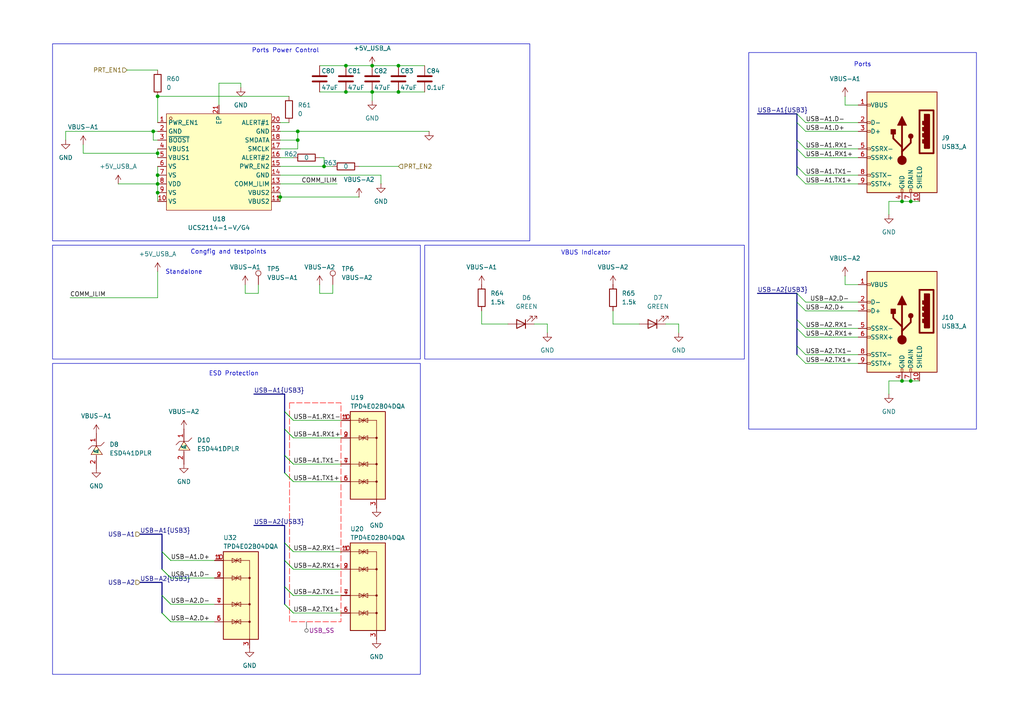
<source format=kicad_sch>
(kicad_sch (version 20250114) (generator "eeschema") (generator_version "9.0")
  (paper "A4")
  (title_block (title "USB Hub"))
  (lib_symbols
    (symbol "Connector:TestPoint" (pin_numbers (hide yes)) (pin_names (offset 0.762) (hide yes))
      (property "Reference" "TP" (at 0 6.858 0))
      (property "Value" "TestPoint" (at 0 5.08 0))
      (symbol "TestPoint_0_1"
        (circle (center 0 3.302) (radius 0.762))
      )
      (symbol "TestPoint_1_1"
        (pin passive line (at 0 0 90) (length 2.54) (name "1") (number "1"))
      )
    )
    (symbol "Connector:USB3_A" (pin_names (offset 1.016))
      (property "Reference" "J" (at -10.16 15.24 0))
      (property "Value" "USB3_A" (at 10.16 15.24 0))
      (symbol "USB3_A_0_0"
        (rectangle (start -9.144 8.636) (end -5.08 -3.81) (stroke (width 0.508)))
        (rectangle (start -7.874 7.366) (end -6.604 -2.286) (stroke (width 0.508)) (fill (type outline)))
        (rectangle (start -6.35 5.334) (end -6.096 4.572) (stroke (width 0.508)))
        (rectangle (start -6.35 3.556) (end -6.096 2.794) (stroke (width 0.508)))
        (rectangle (start -6.35 1.778) (end -6.096 1.016) (stroke (width 0.508)))
        (rectangle (start -6.35 0) (end -6.096 -0.762) (stroke (width 0.508)))
        (rectangle (start -2.794 -15.24) (end -2.286 -14.224))
        (rectangle (start -0.254 -15.24) (end 0.254 -14.224))
        (rectangle (start 10.16 10.414) (end 9.144 9.906))
        (rectangle (start 10.16 5.334) (end 9.144 4.826))
        (rectangle (start 10.16 2.794) (end 9.144 2.286))
        (rectangle (start 10.16 -2.286) (end 9.144 -2.794))
        (rectangle (start 10.16 -4.826) (end 9.144 -5.334))
        (rectangle (start 10.16 -9.906) (end 9.144 -10.414))
        (rectangle (start 10.16 -12.446) (end 9.144 -12.954))
      )
      (symbol "USB3_A_0_1"
        (rectangle (start -10.16 13.97) (end 10.16 -15.24) (stroke (width 0.254)) (fill (type background)))
      )
      (symbol "USB3_A_1_1"
        (circle (center -2.54 1.143) (radius 0.635) (stroke (width 0.254)) (fill (type outline)))
        (polyline (pts (xy -1.27 4.318) (xy 0 6.858) (xy 1.27 4.318) (xy -1.27 4.318)) (stroke (width 0.254)) (fill (type outline)))
        (polyline (pts (xy 0 -2.032) (xy 2.54 0.508) (xy 2.54 1.778)) (stroke (width 0.508)))
        (polyline (pts (xy 0 -3.302) (xy -2.54 -0.762) (xy -2.54 0.508)) (stroke (width 0.508)))
        (polyline (pts (xy 0 -5.842) (xy 0 4.318)) (stroke (width 0.508)))
        (circle (center 0 -5.842) (radius 1.27) (fill (type outline)))
        (rectangle (start 1.905 1.778) (end 3.175 3.048) (stroke (width 0.254)) (fill (type outline)))
        (pin passive line (at -5.08 -17.78 90) (length 2.54) (name "SHIELD") (number "10"))
        (pin passive line (at -2.54 -17.78 90) (length 2.54) (name "DRAIN") (number "7"))
        (pin power_in line (at 0 -17.78 90) (length 2.54) (name "GND") (number "4"))
        (pin power_in line (at 12.7 10.16 180) (length 2.54) (name "VBUS") (number "1"))
        (pin bidirectional line (at 12.7 5.08 180) (length 2.54) (name "D-") (number "2"))
        (pin bidirectional line (at 12.7 2.54 180) (length 2.54) (name "D+") (number "3"))
        (pin output line (at 12.7 -2.54 180) (length 2.54) (name "SSRX-") (number "5"))
        (pin output line (at 12.7 -5.08 180) (length 2.54) (name "SSRX+") (number "6"))
        (pin input line (at 12.7 -10.16 180) (length 2.54) (name "SSTX-") (number "8"))
        (pin input line (at 12.7 -12.7 180) (length 2.54) (name "SSTX+") (number "9"))
      )
    )
    (symbol "Device:C" (pin_numbers (hide yes)) (pin_names (offset 0.254))
      (property "Reference" "C" (at 0.635 2.54 0))
      (property "Value" "C" (at 0.635 -2.54 0))
      (symbol "C_0_1"
        (polyline (pts (xy -2.032 0.762) (xy 2.032 0.762)) (stroke (width 0.508)))
        (polyline (pts (xy -2.032 -0.762) (xy 2.032 -0.762)) (stroke (width 0.508)))
      )
      (symbol "C_1_1"
        (pin passive line (at 0 3.81 270) (length 2.794) (name "~") (number "1"))
        (pin passive line (at 0 -3.81 90) (length 2.794) (name "~") (number "2"))
      )
    )
    (symbol "Device:LED" (pin_numbers (hide yes)) (pin_names (offset 1.016) (hide yes))
      (property "Reference" "D" (at 0 2.54 0))
      (property "Value" "LED" (at 0 -2.54 0))
      (symbol "LED_0_1"
        (polyline (pts (xy -3.048 -0.762) (xy -4.572 -2.286) (xy -3.81 -2.286) (xy -4.572 -2.286) (xy -4.572 -1.524)))
        (polyline (pts (xy -1.778 -0.762) (xy -3.302 -2.286) (xy -2.54 -2.286) (xy -3.302 -2.286) (xy -3.302 -1.524)))
        (polyline (pts (xy -1.27 0) (xy 1.27 0)))
        (polyline (pts (xy -1.27 -1.27) (xy -1.27 1.27)) (stroke (width 0.254)))
        (polyline (pts (xy 1.27 -1.27) (xy 1.27 1.27) (xy -1.27 0) (xy 1.27 -1.27)) (stroke (width 0.254)))
      )
      (symbol "LED_1_1"
        (pin passive line (at -3.81 0 0) (length 2.54) (name "K") (number "1"))
        (pin passive line (at 3.81 0 180) (length 2.54) (name "A") (number "2"))
      )
    )
    (symbol "Device:R" (pin_numbers (hide yes)) (pin_names (offset 0))
      (property "Reference" "R" (at 2.032 0 90))
      (property "Value" "R" (at 0 0 90))
      (symbol "R_0_1"
        (rectangle (start -1.016 -2.54) (end 1.016 2.54) (stroke (width 0.254)))
      )
      (symbol "R_1_1"
        (pin passive line (at 0 3.81 270) (length 1.27) (name "~") (number "1"))
        (pin passive line (at 0 -3.81 90) (length 1.27) (name "~") (number "2"))
      )
    )
    (symbol "EasyEDA:ESD441DPLR"
      (property "Reference" "D" (at 0 5.08 0))
      (property "Value" "ESD441DPLR" (at 0 -5.08 0))
      (symbol "ESD441DPLR_0_1"
        (polyline (pts (xy -2.54 2.29) (xy -1.52 1.27) (xy -1.52 -1.27) (xy -0.51 -2.29)))
        (polyline (pts (xy 1.02 -1.52) (xy -1.52 0) (xy 1.02 1.78) (xy 1.02 -1.52)) (fill (type background)))
        (pin unspecified line (at -5.08 0 0) (length 3.81) (name "C") (number "1"))
        (pin unspecified line (at 5.08 0 180) (length 3.81) (name "A") (number "2"))
      )
    )
    (symbol "EasyEDA:UCS2113-1-V_G4"
      (property "Reference" "U" (at 0 21.59 0))
      (property "Value" "UCS2113-1-V/G4" (at 0 -16.51 0))
      (symbol "UCS2113-1-V_G4_0_1"
        (rectangle (start -15.24 13.97) (end 15.24 -13.97) (fill (type background)))
        (circle (center -13.97 12.7) (radius 0.38))
        (pin unspecified line (at -17.78 11.43 0) (length 2.54) (name "PWR_EN1") (number "1"))
        (pin unspecified line (at -17.78 8.89 0) (length 2.54) (name "GND") (number "2"))
        (pin unspecified line (at -17.78 6.35 0) (length 2.54) (name "~{BOOST}") (number "3"))
        (pin unspecified line (at -17.78 3.81 0) (length 2.54) (name "VBUS1") (number "4"))
        (pin unspecified line (at -17.78 1.27 0) (length 2.54) (name "VBUS1") (number "5"))
        (pin unspecified line (at -17.78 -1.27 0) (length 2.54) (name "VS") (number "6"))
        (pin unspecified line (at -17.78 -3.81 0) (length 2.54) (name "VS") (number "7"))
        (pin unspecified line (at -17.78 -6.35 0) (length 2.54) (name "VDD") (number "8"))
        (pin unspecified line (at -17.78 -8.89 0) (length 2.54) (name "VS") (number "9"))
        (pin unspecified line (at -17.78 -11.43 0) (length 2.54) (name "VS") (number "10"))
        (pin unspecified line (at 0 16.51 270) (length 2.54) (name "EP") (number "21"))
        (pin unspecified line (at 17.78 11.43 180) (length 2.54) (name "ALERT#1") (number "20"))
        (pin unspecified line (at 17.78 8.89 180) (length 2.54) (name "GND") (number "19"))
        (pin unspecified line (at 17.78 6.35 180) (length 2.54) (name "SMDATA") (number "18"))
        (pin unspecified line (at 17.78 3.81 180) (length 2.54) (name "SMCLK") (number "17"))
        (pin unspecified line (at 17.78 1.27 180) (length 2.54) (name "ALERT#2") (number "16"))
        (pin unspecified line (at 17.78 -1.27 180) (length 2.54) (name "PWR_EN2") (number "15"))
        (pin unspecified line (at 17.78 -3.81 180) (length 2.54) (name "GND") (number "14"))
        (pin unspecified line (at 17.78 -6.35 180) (length 2.54) (name "COMM_ILIM") (number "13"))
        (pin unspecified line (at 17.78 -8.89 180) (length 2.54) (name "VBUS2") (number "12"))
        (pin unspecified line (at 17.78 -11.43 180) (length 2.54) (name "VBUS2") (number "11"))
      )
    )
    (symbol "Snapeda:TPD4E02B04DQA" (pin_names (hide yes))
      (property "Reference" "U" (at 2.54 -11.43 0))
      (property "Value" "TPD4E02B04DQA" (at 7.62 1.905 0))
      (symbol "TPD4E02B04DQA_0_0"
        (pin passive line (at 2.54 -15.24 90) (length 2.54) (name "G") (number "3"))
      )
      (symbol "TPD4E02B04DQA_0_1"
        (rectangle (start -5.08 12.7) (end 5.08 -12.7) (stroke (width 0.254)) (fill (type background)))
        (polyline (pts (xy -5.08 10.16) (xy 2.54 10.16)))
        (polyline (pts (xy -5.08 5.08) (xy 2.54 5.08)))
        (polyline (pts (xy -5.08 -2.54) (xy 2.54 -2.54)))
        (polyline (pts (xy -5.08 -7.62) (xy 2.54 -7.62)))
        (polyline (pts (xy -1.27 10.16) (xy 0 9.525) (xy 0 10.795) (xy -1.27 10.16)))
        (polyline (pts (xy -1.27 5.08) (xy 0 4.445) (xy 0 5.715) (xy -1.27 5.08)))
        (polyline (pts (xy -1.27 -2.54) (xy 0 -3.175) (xy 0 -1.905) (xy -1.27 -2.54)))
        (polyline (pts (xy -1.27 -7.62) (xy 0 -8.255) (xy 0 -6.985) (xy -1.27 -7.62)))
        (polyline (pts (xy 2.54 10.16) (xy 2.54 -12.7)) (stroke (width 0.1524)))
        (circle (center 2.54 5.08) (radius 0.254) (fill (type outline)))
        (circle (center 2.54 -2.54) (radius 0.254) (fill (type outline)))
        (circle (center 2.54 -7.62) (radius 0.254) (fill (type outline)))
      )
      (symbol "TPD4E02B04DQA_1_1"
        (polyline (pts (xy -1.524 9.525) (xy -1.27 9.779) (xy -1.27 10.541) (xy -1.016 10.795)))
        (polyline (pts (xy -1.524 4.445) (xy -1.27 4.699) (xy -1.27 5.461) (xy -1.016 5.715)))
        (polyline (pts (xy -1.524 -3.175) (xy -1.27 -2.921) (xy -1.27 -2.159) (xy -1.016 -1.905)))
        (polyline (pts (xy -1.524 -8.255) (xy -1.27 -8.001) (xy -1.27 -7.239) (xy -1.016 -6.985)))
        (polyline (pts (xy -1.27 10.16) (xy -2.54 9.525) (xy -2.54 10.795) (xy -1.27 10.16)))
        (polyline (pts (xy -1.27 5.08) (xy -2.54 4.445) (xy -2.54 5.715) (xy -1.27 5.08)))
        (polyline (pts (xy -1.27 -2.54) (xy -2.54 -3.175) (xy -2.54 -1.905) (xy -1.27 -2.54)))
        (polyline (pts (xy -1.27 -7.62) (xy -2.54 -8.255) (xy -2.54 -6.985) (xy -1.27 -7.62)))
        (pin passive line (at -7.62 10.16 0) (length 2.54) (name "IO1") (number "1"))
        (pin free line (at -7.62 10.16 0) (length 2.54) (name "NC") (number "10"))
        (pin passive line (at -7.62 5.08 0) (length 2.54) (name "IO2") (number "2"))
        (pin free line (at -7.62 5.08 0) (length 2.54) (name "NC") (number "9"))
        (pin passive line (at -7.62 -2.54 0) (length 2.54) (name "IO3") (number "4"))
        (pin free line (at -7.62 -2.54 0) (length 2.54) (name "NC") (number "7"))
        (pin passive line (at -7.62 -7.62 0) (length 2.54) (name "IO4") (number "5"))
        (pin free line (at -7.62 -7.62 0) (length 2.54) (name "NC") (number "6"))
        (pin passive line (at 2.54 -15.24 90) (length 2.54) (hide yes) (name "G") (number "8"))
      )
    )
    (symbol "power:+5V" (power) (pin_numbers (hide yes)) (pin_names (offset 0) (hide yes))
      (property "Value" "+5V" (at 0 3.556 0))
      (symbol "+5V_0_1"
        (polyline (pts (xy -0.762 1.27) (xy 0 2.54)))
        (polyline (pts (xy 0 2.54) (xy 0.762 1.27)))
        (polyline (pts (xy 0 0) (xy 0 2.54)))
      )
      (symbol "+5V_1_1"
        (pin power_in line (at 0 0 90) (length 0) (name "~") (number "1"))
      )
    )
    (symbol "power:GND" (power) (pin_numbers (hide yes)) (pin_names (offset 0) (hide yes))
      (property "Value" "GND" (at 0 -3.81 0))
      (symbol "GND_0_1"
        (polyline (pts (xy 0 0) (xy 0 -1.27) (xy 1.27 -1.27) (xy 0 -2.54) (xy -1.27 -1.27) (xy 0 -1.27)))
      )
      (symbol "GND_1_1"
        (pin power_in line (at 0 0 270) (length 0) (name "~") (number "1"))
      )
    )
    (symbol "power:VBUS" (power) (pin_numbers (hide yes)) (pin_names (offset 0) (hide yes))
      (property "Value" "VBUS" (at 0 3.556 0))
      (symbol "VBUS_0_1"
        (polyline (pts (xy -0.762 1.27) (xy 0 2.54)))
        (polyline (pts (xy 0 2.54) (xy 0.762 1.27)))
        (polyline (pts (xy 0 0) (xy 0 2.54)))
      )
      (symbol "VBUS_1_1"
        (pin power_in line (at 0 0 90) (length 0) (name "~") (number "1"))
      )
    )
  )
  (rectangle (start 123.19 71.12) (end 215.9 104.14))
  (rectangle (start 15.24 71.12) (end 121.92 104.14))
  (rectangle (start 217.17 15.24) (end 283.21 124.46))
  (rectangle (start 15.24 105.41) (end 121.92 195.58))
  (rectangle (start 15.24 12.7) (end 153.67 69.85))
  (text "ESD Protection" (at 67.818 108.458 0) (effects (font (size 1.27 1.27))))
  (text "Standalone" (at 53.34 78.994 0) (effects (font (size 1.27 1.27))))
  (text "Ports" (at 250.19 18.796 0) (effects (font (size 1.27 1.27))))
  (text "Congfig and testpoints" (at 66.294 73.152 0) (effects (font (size 1.27 1.27))))
  (text "VBUS Indicator" (at 169.926 73.406 0) (effects (font (size 1.27 1.27))))
  (text "Ports Power Control" (at 82.804 14.732 0) (effects (font (size 1.27 1.27))))
  (junction (at 264.16 58.42))
  (junction (at 107.95 26.67))
  (junction (at 115.57 19.05))
  (junction (at 93.98 48.26))
  (junction (at 45.72 53.34))
  (junction (at 115.57 26.67))
  (junction (at 86.36 40.64))
  (junction (at 45.72 55.88))
  (junction (at 45.72 44.45))
  (junction (at 100.33 19.05))
  (junction (at 261.62 110.49))
  (junction (at 261.62 58.42))
  (junction (at 264.16 110.49))
  (junction (at 45.72 27.94))
  (junction (at 86.36 38.1))
  (junction (at 107.95 19.05))
  (junction (at 44.45 38.1))
  (junction (at 100.33 26.67))
  (junction (at 81.28 57.15))
  (junction (at 45.72 50.8))
  (bus_entry (at 233.68 53.34) (size -2.54 -2.54))
  (bus_entry (at 233.68 38.1) (size -2.54 -2.54))
  (bus_entry (at 82.55 157.48) (size 2.54 2.54))
  (bus_entry (at 85.09 172.72) (size -2.54 -2.54))
  (bus_entry (at 85.09 121.92) (size -2.54 -2.54))
  (bus_entry (at 82.55 175.26) (size 2.54 2.54))
  (bus_entry (at 85.09 177.8) (size -2.54 -2.54))
  (bus_entry (at 233.68 43.18) (size -2.54 -2.54))
  (bus_entry (at 233.68 50.8) (size -2.54 -2.54))
  (bus_entry (at 233.68 102.87) (size -2.54 -2.54))
  (bus_entry (at 233.68 95.25) (size -2.54 -2.54))
  (bus_entry (at 82.55 170.18) (size 2.54 2.54))
  (bus_entry (at 233.68 87.63) (size -2.54 -2.54))
  (bus_entry (at 85.09 127) (size -2.54 -2.54))
  (bus_entry (at 49.53 175.26) (size -2.54 -2.54))
  (bus_entry (at 233.68 45.72) (size -2.54 -2.54))
  (bus_entry (at 46.99 160.02) (size 2.54 2.54))
  (bus_entry (at 82.55 132.08) (size 2.54 2.54))
  (bus_entry (at 85.09 139.7) (size -2.54 -2.54))
  (bus_entry (at 82.55 137.16) (size 2.54 2.54))
  (bus_entry (at 233.68 90.17) (size -2.54 -2.54))
  (bus_entry (at 82.55 162.56) (size 2.54 2.54))
  (bus_entry (at 233.68 97.79) (size -2.54 -2.54))
  (bus_entry (at 82.55 119.38) (size 2.54 2.54))
  (bus_entry (at 82.55 124.46) (size 2.54 2.54))
  (bus_entry (at 85.09 160.02) (size -2.54 -2.54))
  (bus_entry (at 49.53 162.56) (size -2.54 -2.54))
  (bus_entry (at 85.09 134.62) (size -2.54 -2.54))
  (bus_entry (at 85.09 165.1) (size -2.54 -2.54))
  (bus_entry (at 49.53 180.34) (size -2.54 -2.54))
  (bus_entry (at 233.68 35.56) (size -2.54 -2.54))
  (bus_entry (at 49.53 167.64) (size -2.54 -2.54))
  (bus_entry (at 46.99 172.72) (size 2.54 2.54))
  (bus_entry (at 46.99 165.1) (size 2.54 2.54))
  (bus_entry (at 233.68 105.41) (size -2.54 -2.54))
  (bus_entry (at 46.99 177.8) (size 2.54 2.54))
  (bus (pts (xy 231.14 33.02) (xy 231.14 35.56)))
  (wire (pts (xy 63.5 30.48) (xy 63.5 24.13)))
  (bus (pts (xy 231.14 102.87) (xy 231.14 100.33)))
  (wire (pts (xy 19.05 38.1) (xy 19.05 40.64)))
  (bus (pts (xy 46.99 154.94) (xy 40.64 154.94)))
  (wire (pts (xy 248.92 30.48) (xy 245.11 30.48)))
  (bus (pts (xy 82.55 157.48) (xy 82.55 162.56)))
  (wire (pts (xy 81.28 45.72) (xy 85.09 45.72)))
  (wire (pts (xy 100.33 19.05) (xy 107.95 19.05)))
  (bus (pts (xy 82.55 119.38) (xy 82.55 124.46)))
  (wire (pts (xy 24.13 44.45) (xy 24.13 41.91)))
  (wire (pts (xy 245.11 30.48) (xy 245.11 27.94)))
  (wire (pts (xy 85.09 165.1) (xy 99.06 165.1)))
  (wire (pts (xy 81.28 50.8) (xy 110.49 50.8)))
  (wire (pts (xy 85.09 121.92) (xy 99.06 121.92)))
  (wire (pts (xy 264.16 58.42) (xy 261.62 58.42)))
  (wire (pts (xy 139.7 90.17) (xy 139.7 93.98)))
  (wire (pts (xy 233.68 35.56) (xy 248.92 35.56)))
  (bus (pts (xy 231.14 85.09) (xy 219.71 85.09)))
  (bus (pts (xy 82.55 152.4) (xy 82.55 157.48)))
  (bus (pts (xy 231.14 100.33) (xy 231.14 95.25)))
  (wire (pts (xy 69.85 24.13) (xy 69.85 25.4)))
  (bus (pts (xy 82.55 114.3) (xy 73.66 114.3)))
  (wire (pts (xy 85.09 139.7) (xy 99.06 139.7)))
  (wire (pts (xy 24.13 44.45) (xy 45.72 44.45)))
  (wire (pts (xy 233.68 87.63) (xy 248.92 87.63)))
  (wire (pts (xy 233.68 50.8) (xy 248.92 50.8)))
  (wire (pts (xy 233.68 97.79) (xy 248.92 97.79)))
  (wire (pts (xy 266.7 110.49) (xy 264.16 110.49)))
  (wire (pts (xy 115.57 19.05) (xy 123.19 19.05)))
  (bus (pts (xy 82.55 152.4) (xy 73.66 152.4)))
  (bus (pts (xy 82.55 175.26) (xy 82.55 170.18)))
  (bus (pts (xy 46.99 168.91) (xy 46.99 172.72)))
  (wire (pts (xy 261.62 110.49) (xy 257.81 110.49)))
  (wire (pts (xy 86.36 40.64) (xy 86.36 43.18)))
  (wire (pts (xy 93.98 45.72) (xy 93.98 48.26)))
  (wire (pts (xy 81.28 40.64) (xy 86.36 40.64)))
  (wire (pts (xy 20.32 86.36) (xy 45.72 86.36)))
  (wire (pts (xy 177.8 90.17) (xy 177.8 93.98)))
  (wire (pts (xy 92.71 45.72) (xy 93.98 45.72)))
  (wire (pts (xy 96.52 85.09) (xy 96.52 82.55)))
  (wire (pts (xy 233.68 53.34) (xy 248.92 53.34)))
  (wire (pts (xy 193.04 93.98) (xy 196.85 93.98)))
  (wire (pts (xy 104.14 57.15) (xy 81.28 57.15)))
  (wire (pts (xy 233.68 90.17) (xy 248.92 90.17)))
  (wire (pts (xy 233.68 95.25) (xy 248.92 95.25)))
  (wire (pts (xy 110.49 50.8) (xy 110.49 53.34)))
  (bus (pts (xy 82.55 170.18) (xy 82.55 162.56)))
  (wire (pts (xy 81.28 43.18) (xy 86.36 43.18)))
  (bus (pts (xy 231.14 35.56) (xy 231.14 40.64)))
  (wire (pts (xy 83.82 27.94) (xy 45.72 27.94)))
  (wire (pts (xy 233.68 38.1) (xy 248.92 38.1)))
  (wire (pts (xy 261.62 58.42) (xy 257.81 58.42)))
  (wire (pts (xy 92.71 85.09) (xy 96.52 85.09)))
  (wire (pts (xy 233.68 45.72) (xy 248.92 45.72)))
  (wire (pts (xy 107.95 26.67) (xy 107.95 29.21)))
  (wire (pts (xy 45.72 43.18) (xy 45.72 44.45)))
  (wire (pts (xy 85.09 127) (xy 99.06 127)))
  (wire (pts (xy 177.8 93.98) (xy 185.42 93.98)))
  (wire (pts (xy 93.98 48.26) (xy 96.52 48.26)))
  (wire (pts (xy 49.53 180.34) (xy 62.23 180.34)))
  (wire (pts (xy 44.45 38.1) (xy 19.05 38.1)))
  (wire (pts (xy 85.09 172.72) (xy 99.06 172.72)))
  (bus (pts (xy 231.14 40.64) (xy 231.14 43.18)))
  (wire (pts (xy 257.81 58.42) (xy 257.81 62.23)))
  (bus (pts (xy 231.14 48.26) (xy 231.14 43.18)))
  (wire (pts (xy 266.7 58.42) (xy 264.16 58.42)))
  (wire (pts (xy 85.09 134.62) (xy 99.06 134.62)))
  (wire (pts (xy 81.28 38.1) (xy 86.36 38.1)))
  (wire (pts (xy 45.72 44.45) (xy 45.72 45.72)))
  (wire (pts (xy 45.72 48.26) (xy 45.72 50.8)))
  (bus (pts (xy 231.14 85.09) (xy 231.14 87.63)))
  (wire (pts (xy 92.71 82.55) (xy 92.71 85.09)))
  (wire (pts (xy 104.14 48.26) (xy 115.57 48.26)))
  (wire (pts (xy 81.28 57.15) (xy 81.28 58.42)))
  (wire (pts (xy 71.12 82.55) (xy 71.12 85.09)))
  (bus (pts (xy 231.14 50.8) (xy 231.14 48.26)))
  (wire (pts (xy 158.75 93.98) (xy 158.75 96.52)))
  (wire (pts (xy 233.68 43.18) (xy 248.92 43.18)))
  (wire (pts (xy 248.92 82.55) (xy 245.11 82.55)))
  (wire (pts (xy 264.16 110.49) (xy 261.62 110.49)))
  (wire (pts (xy 85.09 177.8) (xy 99.06 177.8)))
  (bus (pts (xy 46.99 172.72) (xy 46.99 177.8)))
  (bus (pts (xy 82.55 114.3) (xy 82.55 119.38)))
  (wire (pts (xy 92.71 26.67) (xy 100.33 26.67)))
  (bus (pts (xy 46.99 154.94) (xy 46.99 160.02)))
  (wire (pts (xy 196.85 93.98) (xy 196.85 96.52)))
  (wire (pts (xy 245.11 82.55) (xy 245.11 80.01)))
  (wire (pts (xy 233.68 105.41) (xy 248.92 105.41)))
  (wire (pts (xy 74.93 85.09) (xy 74.93 82.55)))
  (wire (pts (xy 154.94 93.98) (xy 158.75 93.98)))
  (bus (pts (xy 231.14 87.63) (xy 231.14 92.71)))
  (wire (pts (xy 44.45 40.64) (xy 45.72 40.64)))
  (wire (pts (xy 107.95 26.67) (xy 115.57 26.67)))
  (bus (pts (xy 82.55 132.08) (xy 82.55 124.46)))
  (wire (pts (xy 49.53 167.64) (xy 62.23 167.64)))
  (wire (pts (xy 36.83 20.32) (xy 45.72 20.32)))
  (wire (pts (xy 81.28 55.88) (xy 81.28 57.15)))
  (bus (pts (xy 231.14 92.71) (xy 231.14 95.25)))
  (wire (pts (xy 81.28 35.56) (xy 83.82 35.56)))
  (bus (pts (xy 82.55 137.16) (xy 82.55 132.08)))
  (wire (pts (xy 63.5 24.13) (xy 69.85 24.13)))
  (bus (pts (xy 46.99 168.91) (xy 40.64 168.91)))
  (wire (pts (xy 86.36 38.1) (xy 86.36 40.64)))
  (wire (pts (xy 100.33 26.67) (xy 107.95 26.67)))
  (wire (pts (xy 81.28 53.34) (xy 97.79 53.34)))
  (wire (pts (xy 44.45 38.1) (xy 44.45 40.64)))
  (wire (pts (xy 45.72 78.74) (xy 45.72 86.36)))
  (bus (pts (xy 231.14 33.02) (xy 219.71 33.02)))
  (wire (pts (xy 92.71 19.05) (xy 100.33 19.05)))
  (wire (pts (xy 115.57 26.67) (xy 123.19 26.67)))
  (wire (pts (xy 45.72 55.88) (xy 45.72 58.42)))
  (wire (pts (xy 71.12 85.09) (xy 74.93 85.09)))
  (wire (pts (xy 86.36 38.1) (xy 124.46 38.1)))
  (wire (pts (xy 233.68 102.87) (xy 248.92 102.87)))
  (wire (pts (xy 257.81 110.49) (xy 257.81 114.3)))
  (wire (pts (xy 45.72 27.94) (xy 45.72 35.56)))
  (wire (pts (xy 45.72 53.34) (xy 45.72 55.88)))
  (wire (pts (xy 85.09 160.02) (xy 99.06 160.02)))
  (wire (pts (xy 49.53 162.56) (xy 62.23 162.56)))
  (wire (pts (xy 107.95 19.05) (xy 115.57 19.05)))
  (wire (pts (xy 34.29 53.34) (xy 45.72 53.34)))
  (wire (pts (xy 45.72 50.8) (xy 45.72 53.34)))
  (wire (pts (xy 49.53 175.26) (xy 62.23 175.26)))
  (bus (pts (xy 46.99 160.02) (xy 46.99 165.1)))
  (wire (pts (xy 45.72 38.1) (xy 44.45 38.1)))
  (wire (pts (xy 139.7 93.98) (xy 147.32 93.98)))
  (wire (pts (xy 81.28 48.26) (xy 93.98 48.26)))
  (label "USB-A1.RX1-" (at 85.09 121.92 0))
  (label "USB-A2.D-" (at 234.95 87.63 0))
  (label "USB-A1.D-" (at 233.68 35.56 0))
  (label "USB-A2.TX1+" (at 85.09 177.8 0))
  (label "COMM_ILIM" (at 20.32 86.36 0))
  (label "USB-A1.TX1-" (at 85.09 134.62 0))
  (label "USB-A1.D+" (at 233.68 38.1 0))
  (label "USB-A2.TX1-" (at 233.68 102.87 0))
  (label "USB-A1{USB3}" (at 73.66 114.3 0))
  (label "USB-A2.D-" (at 49.53 175.26 0))
  (label "USB-A1.RX1+" (at 233.68 45.72 0))
  (label "USB-A1.RX1+" (at 85.09 127 0))
  (label "USB-A2.D+" (at 49.53 180.34 0))
  (label "USB-A2.RX1+" (at 85.09 165.1 0))
  (label "USB-A2{USB3}" (at 40.64 168.91 0))
  (label "USB-A2.D+" (at 233.68 90.17 0))
  (label "USB-A2{USB3}" (at 219.71 85.09 0))
  (label "USB-A1.TX1-" (at 233.68 50.8 0))
  (label "USB-A1.D-" (at 49.53 167.64 0))
  (label "USB-A2.TX1+" (at 233.68 105.41 0))
  (label "USB-A1{USB3}" (at 40.64 154.94 0))
  (label "USB-A1.TX1+" (at 233.68 53.34 0))
  (label "USB-A2.TX1-" (at 85.09 172.72 0))
  (label "USB-A1.RX1-" (at 233.68 43.18 0))
  (label "USB-A1.TX1+" (at 85.09 139.7 0))
  (label "USB-A2.RX1+" (at 233.68 97.79 0))
  (label "USB-A1.D+" (at 49.53 162.56 0))
  (label "USB-A1{USB3}" (at 219.71 33.02 0))
  (label "COMM_ILIM" (at 97.79 53.34 180))
  (label "USB-A2{USB3}" (at 73.66 152.4 0))
  (label "USB-A2.RX1-" (at 85.09 160.02 0))
  (label "USB-A2.RX1-" (at 233.68 95.25 0))
  (hierarchical_label "PRT_EN2" (shape input) (at 115.57 48.26 0))
  (hierarchical_label "USB-A1" (shape input) (at 40.64 154.94 180))
  (hierarchical_label "USB-A2" (shape input) (at 40.64 168.91 180))
  (hierarchical_label "PRT_EN1" (shape input) (at 36.83 20.32 180))
  (rule_area (polyline (pts (xy 83.9787 116.84) (xy 83.9787 180.34) (xy 98.9013 180.34) (xy 98.9013 116.84)) (stroke (width 0) (type dash))))
  (netclass_flag "" (length 2.54) (shape round) (at 88.9 180.34 180) (property "Netclass" "USB_SS" (at 89.5985 182.88 0) (effects (justify left))))
  (symbol (lib_id "power:VBUS") (at 245.11 80.01 0) (unit 1)
    (property "Reference" "#PWR0146" (effects (hide yes)))
    (property "Value" "VBUS-A2" (at 245.11 74.93 0))
    (property "Description" "Power symbol creates a global label with name \"VBUS\"" (effects (hide yes)))
  )
  (symbol (lib_id "EasyEDA:UCS2113-1-V_G4") (at 63.5 46.99 0) (unit 1)
    (property "Reference" "U18" (at 63.5 63.5 0))
    (property "Value" "UCS2114-1-V/G4" (at 63.5 66.04 0))
    (property "Footprint" "EasyEDA:QFN-20_L4.0-W4.0-P0.50-BL-EP2.7" (effects (hide yes)))
    (property "LCSC Part" "C638222" (effects (hide yes)))
  )
  (symbol (lib_id "Snapeda:TPD4E02B04DQA") (at 106.68 170.18 0) (unit 1)
    (property "Reference" "U20" (at 101.6 153.416 0) (effects (justify left)))
    (property "Value" "TPD4E02B04DQA" (at 101.6 155.956 0) (effects (justify left)))
    (property "Footprint" "Package_SON:USON-10_2.5x1.0mm_P0.5mm" (effects (hide yes)))
    (property "Datasheet" "http://www.ti.com/lit/ds/symlink/tpd4e02b04.pdf" (effects (hide yes)))
    (property "Description" "4-Channel ESD Protection Diode for USB Type-C and HDMI 2.0, USON-10" (effects (hide yes)))
    (property "LCSC Part" "C106794" (effects (hide yes)))
  )
  (symbol (lib_id "Snapeda:TPD4E02B04DQA") (at 69.85 172.72 0) (unit 1)
    (property "Reference" "U32" (at 64.77 155.956 0) (effects (justify left)))
    (property "Value" "TPD4E02B04DQA" (at 64.77 158.496 0) (effects (justify left)))
    (property "Footprint" "Package_SON:USON-10_2.5x1.0mm_P0.5mm" (effects (hide yes)))
    (property "Datasheet" "http://www.ti.com/lit/ds/symlink/tpd4e02b04.pdf" (effects (hide yes)))
    (property "Description" "4-Channel ESD Protection Diode for USB Type-C and HDMI 2.0, USON-10" (effects (hide yes)))
    (property "LCSC Part" "C106794" (effects (hide yes)))
  )
  (symbol (lib_id "power:+5V") (at 107.95 19.05 0) (unit 1)
    (property "Reference" "#PWR0134" (effects (hide yes)))
    (property "Value" "+5V_USB_A" (at 107.95 13.97 0))
    (property "Description" "Power symbol creates a global label with name \"+5V\"" (effects (hide yes)))
  )
  (symbol (lib_id "power:GND") (at 27.94 135.89 0) (unit 1)
    (property "Reference" "#PWR0156" (effects (hide yes)))
    (property "Value" "GND" (at 27.94 140.97 0))
    (property "Description" "Power symbol creates a global label with name \"GND\" , ground" (effects (hide yes)))
  )
  (symbol (lib_id "power:GND") (at 72.39 187.96 0) (unit 1)
    (property "Reference" "#PWR0155" (effects (hide yes)))
    (property "Value" "GND" (at 72.39 193.04 0))
    (property "Description" "Power symbol creates a global label with name \"GND\" , ground" (effects (hide yes)))
  )
  (symbol (lib_id "Device:R") (at 177.8 86.36 0) (unit 1)
    (property "Reference" "R65" (at 180.34 85.0899 0) (effects (justify left)))
    (property "Value" "1.5k" (at 180.34 87.6299 0) (effects (justify left)))
    (property "Footprint" "Resistor_SMD:R_0402_1005Metric" (effects (hide yes)))
    (property "Description" "Resistor" (effects (hide yes)))
    (property "LCSC Part" "C327253 " (effects (hide yes)))
  )
  (symbol (lib_id "power:VBUS") (at 24.13 41.91 0) (unit 1)
    (property "Reference" "#PWR0140" (effects (hide yes)))
    (property "Value" "VBUS-A1" (at 24.13 36.83 0))
    (property "Description" "Power symbol creates a global label with name \"VBUS\"" (effects (hide yes)))
  )
  (symbol (lib_id "Device:LED") (at 189.23 93.98 180) (unit 1)
    (property "Reference" "D7" (at 190.8175 86.36 0))
    (property "Value" "GREEN" (at 190.8175 88.9 0))
    (property "Footprint" "LED_SMD:LED_0603_1608Metric" (effects (hide yes)))
    (property "Description" "Light emitting diode" (effects (hide yes)))
    (property "Sim.Pins" "1=K 2=A" (effects (hide yes)))
    (property "LCSC Part" "C22371298" (effects (hide yes)))
  )
  (symbol (lib_id "power:VBUS") (at 104.14 57.15 0) (mirror y) (unit 1)
    (property "Reference" "#PWR0143" (effects (hide yes)))
    (property "Value" "VBUS-A2" (at 104.14 52.07 0))
    (property "Description" "Power symbol creates a global label with name \"VBUS\"" (effects (hide yes)))
  )
  (symbol (lib_id "Device:C") (at 107.95 22.86 0) (unit 1)
    (property "Reference" "C82" (at 108.458 20.574 0) (effects (justify left)))
    (property "Value" "47uF" (at 108.458 25.4 0) (effects (justify left)))
    (property "Footprint" "Capacitor_THT:C_Radial_D5.0mm_H11.0mm_P2.00mm" (effects (hide yes)))
    (property "Description" "Unpolarized capacitor" (effects (hide yes)))
    (property "LCSC Part" "C721300" (effects (hide yes)))
  )
  (symbol (lib_id "power:GND") (at 69.85 25.4 0) (mirror y) (unit 1)
    (property "Reference" "#PWR0135" (effects (hide yes)))
    (property "Value" "GND" (at 69.85 30.48 0))
    (property "Description" "Power symbol creates a global label with name \"GND\" , ground" (effects (hide yes)))
  )
  (symbol (lib_id "power:GND") (at 109.22 185.42 0) (unit 1)
    (property "Reference" "#PWR0161" (effects (hide yes)))
    (property "Value" "GND" (at 109.22 190.5 0))
    (property "Description" "Power symbol creates a global label with name \"GND\" , ground" (effects (hide yes)))
  )
  (symbol (lib_id "power:GND") (at 158.75 96.52 0) (unit 1)
    (property "Reference" "#PWR0151" (effects (hide yes)))
    (property "Value" "GND" (at 158.75 101.6 0))
    (property "Description" "Power symbol creates a global label with name \"GND\" , ground" (effects (hide yes)))
  )
  (symbol (lib_id "power:GND") (at 110.49 53.34 0) (unit 1)
    (property "Reference" "#PWR0142" (effects (hide yes)))
    (property "Value" "GND" (at 110.49 58.42 0))
    (property "Description" "Power symbol creates a global label with name \"GND\" , ground" (effects (hide yes)))
  )
  (symbol (lib_id "power:GND") (at 107.95 29.21 0) (mirror y) (unit 1)
    (property "Reference" "#PWR0137" (effects (hide yes)))
    (property "Value" "GND" (at 107.95 34.29 0))
    (property "Description" "Power symbol creates a global label with name \"GND\" , ground" (effects (hide yes)))
  )
  (symbol (lib_id "Connector:USB3_A") (at 261.62 40.64 0) (mirror y) (unit 1)
    (property "Reference" "J9" (at 273.05 40.0049 0) (effects (justify right)))
    (property "Value" "USB3_A" (at 273.05 42.5449 0) (effects (justify right)))
    (property "Footprint" "SamacSys_Parts:GSB4116344HR" (effects (hide yes)))
    (property "Description" "USB 3.0 A connector" (effects (hide yes)))
    (property "LCSC Part" "C5119948 " (effects (hide yes)))
  )
  (symbol (lib_id "Device:C") (at 123.19 22.86 0) (unit 1)
    (property "Reference" "C84" (at 123.698 20.574 0) (effects (justify left)))
    (property "Value" "0.1uF" (at 123.698 25.4 0) (effects (justify left)))
    (property "Footprint" "Capacitor_SMD:C_0402_1005Metric" (effects (hide yes)))
    (property "Description" "Unpolarized capacitor" (effects (hide yes)))
    (property "LCSC Part" "C5182432" (effects (hide yes)))
  )
  (symbol (lib_id "power:VBUS") (at 27.94 125.73 0) (unit 1)
    (property "Reference" "#PWR0154" (effects (hide yes)))
    (property "Value" "VBUS-A1" (at 27.94 120.65 0))
    (property "Description" "Power symbol creates a global label with name \"VBUS\"" (effects (hide yes)))
  )
  (symbol (lib_id "power:GND") (at 19.05 40.64 0) (mirror y) (unit 1)
    (property "Reference" "#PWR0139" (effects (hide yes)))
    (property "Value" "GND" (at 19.05 45.72 0))
    (property "Description" "Power symbol creates a global label with name \"GND\" , ground" (effects (hide yes)))
  )
  (symbol (lib_id "EasyEDA:ESD441DPLR") (at 27.94 130.81 270) (unit 1)
    (property "Reference" "D8" (at 31.75 128.9049 90) (effects (justify left)))
    (property "Value" "ESD441DPLR" (at 31.75 131.4449 90) (effects (justify left)))
    (property "Footprint" "EasyEDA:X2SON-2_L0.6-W0.3-P0.35" (effects (hide yes)))
    (property "LCSC Part" "C22427765" (effects (hide yes)))
  )
  (symbol (lib_id "Device:R") (at 45.72 24.13 180) (unit 1)
    (property "Reference" "R60" (at 48.26 22.8599 0) (effects (justify right)))
    (property "Value" "0" (at 48.26 25.3999 0) (effects (justify right)))
    (property "Footprint" "Resistor_SMD:R_0603_1608Metric" (effects (hide yes)))
    (property "Description" "Resistor" (effects (hide yes)))
    (property "LCSC Part" "C2906974" (effects (hide yes)))
  )
  (symbol (lib_id "Connector:TestPoint") (at 96.52 82.55 0) (unit 1)
    (property "Reference" "TP6" (at 99.06 77.9779 0) (effects (justify left)))
    (property "Value" "VBUS-A2" (at 99.06 80.5179 0) (effects (justify left)))
    (property "Footprint" "TestPoint:TestPoint_Loop_D1.80mm_Drill1.0mm_Beaded" (effects (hide yes)))
    (property "Description" "test point" (effects (hide yes)))
  )
  (symbol (lib_id "power:GND") (at 124.46 38.1 0) (unit 1)
    (property "Reference" "#PWR0138" (effects (hide yes)))
    (property "Value" "GND" (effects (hide yes)))
    (property "Description" "Power symbol creates a global label with name \"GND\" , ground" (effects (hide yes)))
  )
  (symbol (lib_id "Device:C") (at 115.57 22.86 0) (unit 1)
    (property "Reference" "C83" (at 116.078 20.574 0) (effects (justify left)))
    (property "Value" "47uF" (at 116.078 25.4 0) (effects (justify left)))
    (property "Footprint" "Capacitor_THT:C_Radial_D5.0mm_H11.0mm_P2.00mm" (effects (hide yes)))
    (property "Description" "Unpolarized capacitor" (effects (hide yes)))
    (property "LCSC Part" "C721300" (effects (hide yes)))
  )
  (symbol (lib_id "Device:R") (at 100.33 48.26 270) (unit 1)
    (property "Reference" "R63" (at 95.758 47.244 90))
    (property "Value" "0" (at 100.33 48.26 90))
    (property "Footprint" "Resistor_SMD:R_0603_1608Metric" (effects (hide yes)))
    (property "Description" "Resistor" (effects (hide yes)))
    (property "LCSC Part" "C2906974" (effects (hide yes)))
  )
  (symbol (lib_id "power:GND") (at 257.81 62.23 0) (unit 1)
    (property "Reference" "#PWR0144" (effects (hide yes)))
    (property "Value" "GND" (at 257.81 67.31 0))
    (property "Description" "Power symbol creates a global label with name \"GND\" , ground" (effects (hide yes)))
  )
  (symbol (lib_id "Connector:TestPoint") (at 74.93 82.55 0) (unit 1)
    (property "Reference" "TP5" (at 77.47 77.9779 0) (effects (justify left)))
    (property "Value" "VBUS-A1" (at 77.47 80.5179 0) (effects (justify left)))
    (property "Footprint" "TestPoint:TestPoint_Loop_D1.80mm_Drill1.0mm_Beaded" (effects (hide yes)))
    (property "Description" "test point" (effects (hide yes)))
  )
  (symbol (lib_id "power:VBUS") (at 92.71 82.55 0) (unit 1)
    (property "Reference" "#PWR0148" (effects (hide yes)))
    (property "Value" "VBUS-A2" (at 92.71 77.47 0))
    (property "Description" "Power symbol creates a global label with name \"VBUS\"" (effects (hide yes)))
  )
  (symbol (lib_id "power:+5V") (at 45.72 78.74 0) (unit 1)
    (property "Reference" "#PWR0145" (effects (hide yes)))
    (property "Value" "+5V_USB_A" (at 45.72 73.66 0))
    (property "Description" "Power symbol creates a global label with name \"+5V\"" (effects (hide yes)))
  )
  (symbol (lib_id "Device:R") (at 88.9 45.72 90) (unit 1)
    (property "Reference" "R62" (at 84.328 44.704 90))
    (property "Value" "0" (at 88.9 45.72 90))
    (property "Footprint" "Resistor_SMD:R_0603_1608Metric" (effects (hide yes)))
    (property "Description" "Resistor" (effects (hide yes)))
    (property "LCSC Part" "C2906974" (effects (hide yes)))
  )
  (symbol (lib_id "Device:C") (at 92.71 22.86 0) (unit 1)
    (property "Reference" "C80" (at 93.218 20.574 0) (effects (justify left)))
    (property "Value" "47uF" (at 93.218 25.4 0) (effects (justify left)))
    (property "Footprint" "Capacitor_THT:C_Radial_D5.0mm_H11.0mm_P2.00mm" (effects (hide yes)))
    (property "Description" "Unpolarized capacitor" (effects (hide yes)))
    (property "LCSC Part" "C721300" (effects (hide yes)))
  )
  (symbol (lib_id "Device:LED") (at 151.13 93.98 180) (unit 1)
    (property "Reference" "D6" (at 152.7175 86.36 0))
    (property "Value" "GREEN" (at 152.7175 88.9 0))
    (property "Footprint" "LED_SMD:LED_0603_1608Metric" (effects (hide yes)))
    (property "Description" "Light emitting diode" (effects (hide yes)))
    (property "Sim.Pins" "1=K 2=A" (effects (hide yes)))
    (property "LCSC Part" "C22371298" (effects (hide yes)))
  )
  (symbol (lib_id "Device:C") (at 100.33 22.86 0) (unit 1)
    (property "Reference" "C81" (at 100.838 20.574 0) (effects (justify left)))
    (property "Value" "47uF" (at 100.838 25.4 0) (effects (justify left)))
    (property "Footprint" "Capacitor_THT:C_Radial_D5.0mm_H11.0mm_P2.00mm" (effects (hide yes)))
    (property "Description" "Unpolarized capacitor" (effects (hide yes)))
    (property "LCSC Part" "C721300" (effects (hide yes)))
  )
  (symbol (lib_id "Connector:USB3_A") (at 261.62 92.71 0) (mirror y) (unit 1)
    (property "Reference" "J10" (at 273.05 92.0749 0) (effects (justify right)))
    (property "Value" "USB3_A" (at 273.05 94.6149 0) (effects (justify right)))
    (property "Footprint" "SamacSys_Parts:GSB4116344HR" (effects (hide yes)))
    (property "Description" "USB 3.0 A connector" (effects (hide yes)))
    (property "LCSC Part" "C5119948 " (effects (hide yes)))
  )
  (symbol (lib_id "power:VBUS") (at 71.12 82.55 0) (unit 1)
    (property "Reference" "#PWR0147" (effects (hide yes)))
    (property "Value" "VBUS-A1" (at 71.12 77.47 0))
    (property "Description" "Power symbol creates a global label with name \"VBUS\"" (effects (hide yes)))
  )
  (symbol (lib_id "EasyEDA:ESD441DPLR") (at 53.34 129.54 270) (unit 1)
    (property "Reference" "D10" (at 57.15 127.6349 90) (effects (justify left)))
    (property "Value" "ESD441DPLR" (at 57.15 130.1749 90) (effects (justify left)))
    (property "Footprint" "EasyEDA:X2SON-2_L0.6-W0.3-P0.35" (effects (hide yes)))
    (property "LCSC Part" "C22427765" (effects (hide yes)))
  )
  (symbol (lib_id "power:VBUS") (at 53.34 124.46 0) (unit 1)
    (property "Reference" "#PWR0158" (effects (hide yes)))
    (property "Value" "VBUS-A2" (at 53.34 119.38 0))
    (property "Description" "Power symbol creates a global label with name \"VBUS\"" (effects (hide yes)))
  )
  (symbol (lib_id "power:VBUS") (at 245.11 27.94 0) (unit 1)
    (property "Reference" "#PWR0136" (effects (hide yes)))
    (property "Value" "VBUS-A1" (at 245.11 22.86 0))
    (property "Description" "Power symbol creates a global label with name \"VBUS\"" (effects (hide yes)))
  )
  (symbol (lib_id "power:GND") (at 53.34 134.62 0) (unit 1)
    (property "Reference" "#PWR0160" (effects (hide yes)))
    (property "Value" "GND" (at 53.34 139.7 0))
    (property "Description" "Power symbol creates a global label with name \"GND\" , ground" (effects (hide yes)))
  )
  (symbol (lib_id "power:GND") (at 109.22 147.32 0) (unit 1)
    (property "Reference" "#PWR0157" (effects (hide yes)))
    (property "Value" "GND" (at 109.22 152.4 0))
    (property "Description" "Power symbol creates a global label with name \"GND\" , ground" (effects (hide yes)))
  )
  (symbol (lib_id "power:VBUS") (at 139.7 82.55 0) (unit 1)
    (property "Reference" "#PWR0149" (effects (hide yes)))
    (property "Value" "VBUS-A1" (at 139.7 77.47 0))
    (property "Description" "Power symbol creates a global label with name \"VBUS\"" (effects (hide yes)))
  )
  (symbol (lib_id "Snapeda:TPD4E02B04DQA") (at 106.68 132.08 0) (unit 1)
    (property "Reference" "U19" (at 101.6 115.316 0) (effects (justify left)))
    (property "Value" "TPD4E02B04DQA" (at 101.6 117.856 0) (effects (justify left)))
    (property "Footprint" "Package_SON:USON-10_2.5x1.0mm_P0.5mm" (effects (hide yes)))
    (property "Datasheet" "http://www.ti.com/lit/ds/symlink/tpd4e02b04.pdf" (effects (hide yes)))
    (property "Description" "4-Channel ESD Protection Diode for USB Type-C and HDMI 2.0, USON-10" (effects (hide yes)))
    (property "LCSC Part" "C106794" (effects (hide yes)))
  )
  (symbol (lib_id "Device:R") (at 139.7 86.36 0) (unit 1)
    (property "Reference" "R64" (at 142.24 85.0899 0) (effects (justify left)))
    (property "Value" "1.5k" (at 142.24 87.6299 0) (effects (justify left)))
    (property "Footprint" "Resistor_SMD:R_0402_1005Metric" (effects (hide yes)))
    (property "Description" "Resistor" (effects (hide yes)))
    (property "LCSC Part" "C327253 " (effects (hide yes)))
  )
  (symbol (lib_id "power:+5V") (at 34.29 53.34 0) (unit 1)
    (property "Reference" "#PWR0141" (effects (hide yes)))
    (property "Value" "+5V_USB_A" (at 34.29 48.26 0))
    (property "Description" "Power symbol creates a global label with name \"+5V\"" (effects (hide yes)))
  )
  (symbol (lib_id "power:VBUS") (at 177.8 82.55 0) (unit 1)
    (property "Reference" "#PWR0150" (effects (hide yes)))
    (property "Value" "VBUS-A2" (at 177.8 77.47 0))
    (property "Description" "Power symbol creates a global label with name \"VBUS\"" (effects (hide yes)))
  )
  (symbol (lib_id "Device:R") (at 83.82 31.75 180) (unit 1)
    (property "Reference" "R61" (at 86.36 30.4799 0) (effects (justify right)))
    (property "Value" "0" (at 86.36 33.0199 0) (effects (justify right)))
    (property "Footprint" "Resistor_SMD:R_0603_1608Metric" (effects (hide yes)))
    (property "Description" "Resistor" (effects (hide yes)))
    (property "LCSC Part" "C2906974" (effects (hide yes)))
  )
  (symbol (lib_id "power:GND") (at 196.85 96.52 0) (unit 1)
    (property "Reference" "#PWR0152" (effects (hide yes)))
    (property "Value" "GND" (at 196.85 101.6 0))
    (property "Description" "Power symbol creates a global label with name \"GND\" , ground" (effects (hide yes)))
  )
  (symbol (lib_id "power:GND") (at 257.81 114.3 0) (unit 1)
    (property "Reference" "#PWR0153" (effects (hide yes)))
    (property "Value" "GND" (at 257.81 119.38 0))
    (property "Description" "Power symbol creates a global label with name \"GND\" , ground" (effects (hide yes)))
  )
)
</source>
